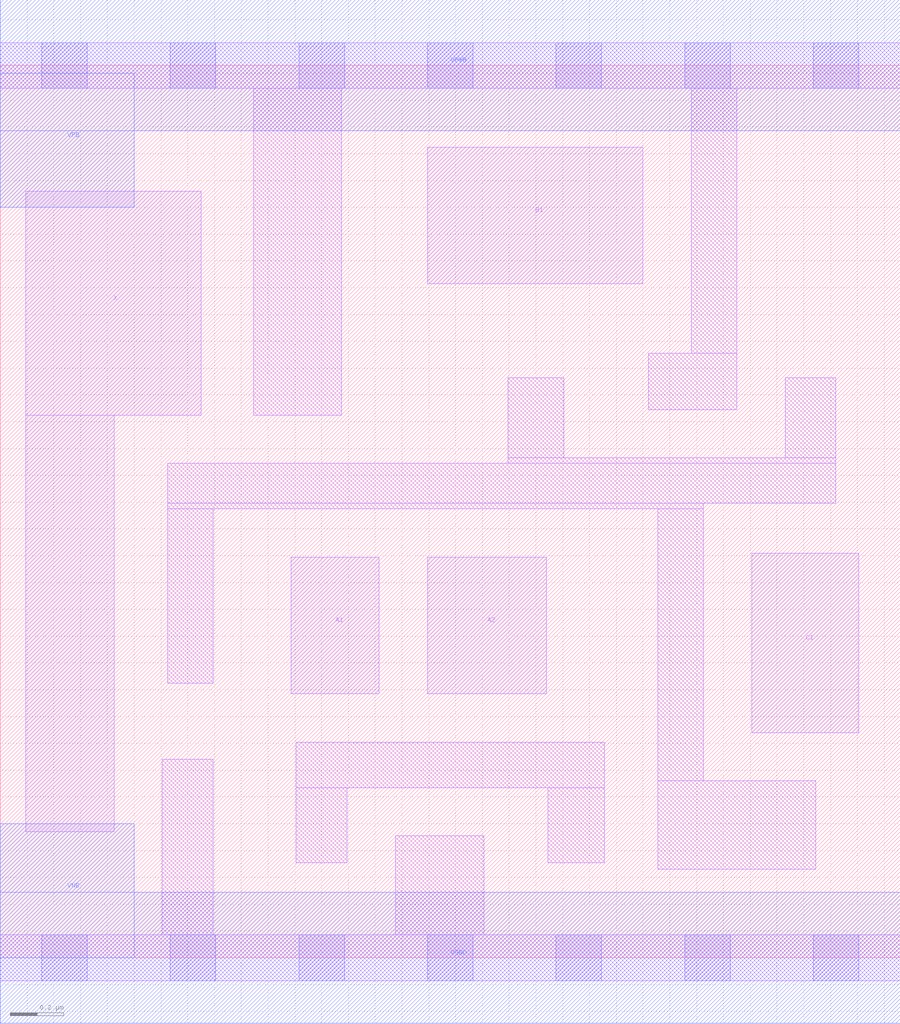
<source format=lef>
# Copyright 2020 The SkyWater PDK Authors
#
# Licensed under the Apache License, Version 2.0 (the "License");
# you may not use this file except in compliance with the License.
# You may obtain a copy of the License at
#
#     https://www.apache.org/licenses/LICENSE-2.0
#
# Unless required by applicable law or agreed to in writing, software
# distributed under the License is distributed on an "AS IS" BASIS,
# WITHOUT WARRANTIES OR CONDITIONS OF ANY KIND, either express or implied.
# See the License for the specific language governing permissions and
# limitations under the License.
#
# SPDX-License-Identifier: Apache-2.0

VERSION 5.5 ;
NAMESCASESENSITIVE ON ;
BUSBITCHARS "[]" ;
DIVIDERCHAR "/" ;
MACRO sky130_fd_sc_lp__o211a_m
  CLASS CORE ;
  SOURCE USER ;
  ORIGIN  0.000000  0.000000 ;
  SIZE  3.360000 BY  3.330000 ;
  SYMMETRY X Y R90 ;
  SITE unit ;
  PIN A1
    ANTENNAGATEAREA  0.126000 ;
    DIRECTION INPUT ;
    USE SIGNAL ;
    PORT
      LAYER li1 ;
        RECT 1.085000 0.985000 1.415000 1.495000 ;
    END
  END A1
  PIN A2
    ANTENNAGATEAREA  0.126000 ;
    DIRECTION INPUT ;
    USE SIGNAL ;
    PORT
      LAYER li1 ;
        RECT 1.595000 0.985000 2.040000 1.495000 ;
    END
  END A2
  PIN B1
    ANTENNAGATEAREA  0.126000 ;
    DIRECTION INPUT ;
    USE SIGNAL ;
    PORT
      LAYER li1 ;
        RECT 1.595000 2.515000 2.400000 3.025000 ;
    END
  END B1
  PIN C1
    ANTENNAGATEAREA  0.126000 ;
    DIRECTION INPUT ;
    USE SIGNAL ;
    PORT
      LAYER li1 ;
        RECT 2.805000 0.840000 3.205000 1.510000 ;
    END
  END C1
  PIN X
    ANTENNADIFFAREA  0.222600 ;
    DIRECTION OUTPUT ;
    USE SIGNAL ;
    PORT
      LAYER li1 ;
        RECT 0.095000 0.470000 0.425000 2.025000 ;
        RECT 0.095000 2.025000 0.750000 2.860000 ;
    END
  END X
  PIN VGND
    DIRECTION INOUT ;
    USE GROUND ;
    PORT
      LAYER met1 ;
        RECT 0.000000 -0.245000 3.360000 0.245000 ;
    END
  END VGND
  PIN VNB
    DIRECTION INOUT ;
    USE GROUND ;
    PORT
    END
  END VNB
  PIN VPB
    DIRECTION INOUT ;
    USE POWER ;
    PORT
    END
  END VPB
  PIN VNB
    DIRECTION INOUT ;
    USE GROUND ;
    PORT
      LAYER met1 ;
        RECT 0.000000 0.000000 0.500000 0.500000 ;
    END
  END VNB
  PIN VPB
    DIRECTION INOUT ;
    USE POWER ;
    PORT
      LAYER met1 ;
        RECT 0.000000 2.800000 0.500000 3.300000 ;
    END
  END VPB
  PIN VPWR
    DIRECTION INOUT ;
    USE POWER ;
    PORT
      LAYER met1 ;
        RECT 0.000000 3.085000 3.360000 3.575000 ;
    END
  END VPWR
  OBS
    LAYER li1 ;
      RECT 0.000000 -0.085000 3.360000 0.085000 ;
      RECT 0.000000  3.245000 3.360000 3.415000 ;
      RECT 0.605000  0.085000 0.795000 0.740000 ;
      RECT 0.625000  1.025000 0.795000 1.675000 ;
      RECT 0.625000  1.675000 2.625000 1.695000 ;
      RECT 0.625000  1.695000 3.120000 1.845000 ;
      RECT 0.945000  2.025000 1.275000 3.245000 ;
      RECT 1.105000  0.355000 1.295000 0.635000 ;
      RECT 1.105000  0.635000 2.255000 0.805000 ;
      RECT 1.475000  0.085000 1.805000 0.455000 ;
      RECT 1.895000  1.845000 3.120000 1.865000 ;
      RECT 1.895000  1.865000 2.105000 2.165000 ;
      RECT 2.045000  0.355000 2.255000 0.635000 ;
      RECT 2.420000  2.045000 2.750000 2.255000 ;
      RECT 2.455000  0.330000 3.045000 0.660000 ;
      RECT 2.455000  0.660000 2.625000 1.675000 ;
      RECT 2.580000  2.255000 2.750000 3.245000 ;
      RECT 2.930000  1.865000 3.120000 2.165000 ;
    LAYER mcon ;
      RECT 0.155000 -0.085000 0.325000 0.085000 ;
      RECT 0.155000  3.245000 0.325000 3.415000 ;
      RECT 0.635000 -0.085000 0.805000 0.085000 ;
      RECT 0.635000  3.245000 0.805000 3.415000 ;
      RECT 1.115000 -0.085000 1.285000 0.085000 ;
      RECT 1.115000  3.245000 1.285000 3.415000 ;
      RECT 1.595000 -0.085000 1.765000 0.085000 ;
      RECT 1.595000  3.245000 1.765000 3.415000 ;
      RECT 2.075000 -0.085000 2.245000 0.085000 ;
      RECT 2.075000  3.245000 2.245000 3.415000 ;
      RECT 2.555000 -0.085000 2.725000 0.085000 ;
      RECT 2.555000  3.245000 2.725000 3.415000 ;
      RECT 3.035000 -0.085000 3.205000 0.085000 ;
      RECT 3.035000  3.245000 3.205000 3.415000 ;
  END
END sky130_fd_sc_lp__o211a_m
END LIBRARY

</source>
